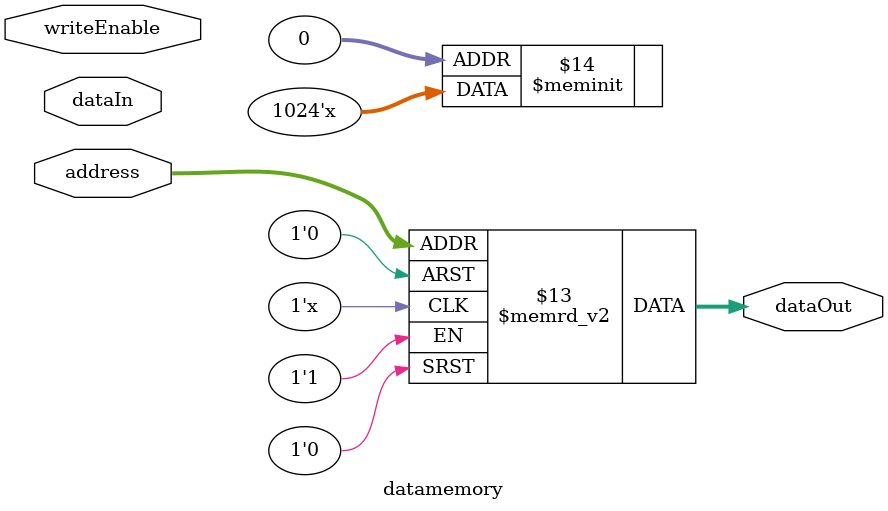
<source format=v>

module datamemory
#(
    parameter addresswidth  = 7,
    parameter depth         = 2**addresswidth,
    parameter width         = 8
)
(
    output reg [width-1:0]      dataOut,
    input [addresswidth-1:0]    address,
    input                       writeEnable,
    input [width-1:0]           dataIn
);


    reg [width-1:0] memory [depth-1:0];

    always @(address) begin
        if(writeEnable)
            memory[address] <= dataIn;
        dataOut <= memory[address];
    end

endmodule
</source>
